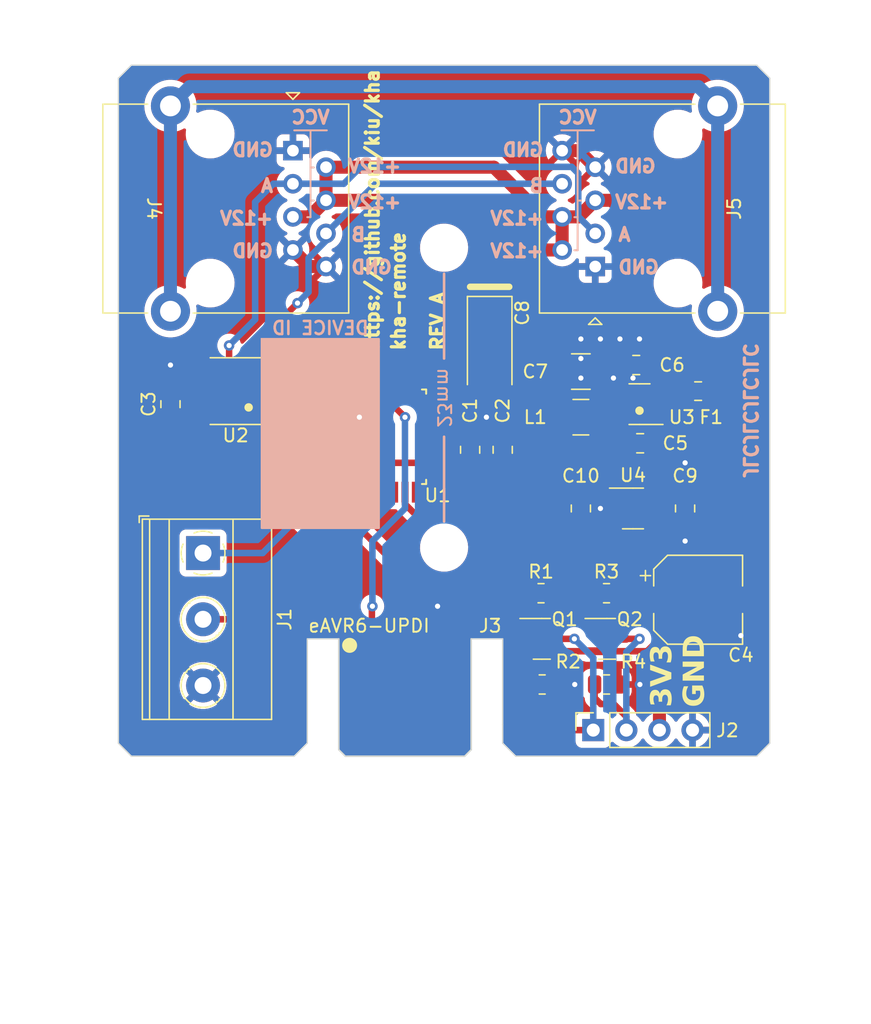
<source format=kicad_pcb>
(kicad_pcb (version 20221018) (generator pcbnew)
  (layers (0 "F.Cu" signal) (31 "B.Cu" signal) (34 "B.Paste" user) (35 "F.Paste" user) (36 "B.SilkS" user "B.Silkscreen") (37 "F.SilkS" user "F.Silkscreen") (38 "B.Mask" user) (39 "F.Mask" user) (44 "Edge.Cuts" user))
  (net 0 "")
  (net 1 "+5V")
  (net 2 "GND")
  (net 3 "UPDI")
  (net 4 "BUS_RX")
  (net 5 "BUS_DIR")
  (net 6 "BUS_TX")
  (net 15 "+12V")
  (net 16 "485A")
  (net 17 "485B")
  (net 19 "+3V3")
  (net 20 "Net-(J4-PadSH)")
  (net 21 "Net-(Q1-G)")
  (net 22 "433_EN_3V3")
  (net 23 "Net-(Q2-G)")
  (net 24 "433_DAT_3V3")
  (net 29 "433_EN")
  (net 31 "433_DAT")
  (net 35 "IR_DAT")
  (net 38 "3V3_EN")
  (net 39 "Net-(U3-SW)")
  (net 40 "Net-(U3-BST)")
  (net 41 "Net-(U3-EN)")
  (footprint "Resistor_SMD:R_0805_2012Metric" (layer "F.Cu") (at 126.4675 85.5)
    (fp_text reference "R4" (at 2.0625 -1.75) (layer "F.SilkS"))
    (fp_text value "R")
    (pad "1" smd roundrect (at -0.9125 0) (size 1.025 1.4) (layers "F.Cu" "F.Paste" "F.Mask") (roundrect_rratio 0.243902439) (net 24 "433_DAT_3V3"))
    (pad "2" smd roundrect (at 0.9125 0) (size 1.025 1.4) (layers "F.Cu" "F.Paste" "F.Mask") (roundrect_rratio 0.243902439) (net 2 "GND"))
  )
  (footprint "Capacitor_SMD:C_1210_3225Metric" (layer "F.Cu") (at 124.5 61.5)
    (fp_text reference "C7" (at -3.5 0) (layer "F.SilkS"))
    (fp_text value "47uF")
    (pad "1" smd roundrect (at -1.475 0) (size 1.15 2.7) (layers "F.Cu" "F.Paste" "F.Mask") (roundrect_rratio 0.2173913043) (net 1 "+5V"))
    (pad "2" smd roundrect (at 1.475 0) (size 1.15 2.7) (layers "F.Cu" "F.Paste" "F.Mask") (roundrect_rratio 0.2173913043) (net 2 "GND"))
  )
  (footprint "Package_TO_SOT_SMD:SOT-23-5" (layer "F.Cu") (at 128.5 72)
    (fp_text reference "U4" (at 0 -2.55) (layer "F.SilkS"))
    (fp_text value "MIC5504-3.3YM5")
    (pad "1" smd roundrect (at -1.1375 -0.95) (size 1.325 0.6) (layers "F.Cu" "F.Paste" "F.Mask") (net 1 "+5V"))
    (pad "2" smd roundrect (at -1.1375 0) (size 1.325 0.6) (layers "F.Cu" "F.Paste" "F.Mask") (net 2 "GND"))
    (pad "3" smd roundrect (at -1.1375 0.95) (size 1.325 0.6) (layers "F.Cu" "F.Paste" "F.Mask") (net 38 "3V3_EN"))
    (pad "4" smd roundrect (at 1.1375 0.95) (size 1.325 0.6) (layers "F.Cu" "F.Paste" "F.Mask"))
    (pad "5" smd roundrect (at 1.1375 -0.95) (size 1.325 0.6) (layers "F.Cu" "F.Paste" "F.Mask") (net 19 "+3V3"))
  )
  (footprint "Fuse:Fuse_0805_2012Metric" (layer "F.Cu") (at 133.5 63)
    (fp_text reference "F1" (at 1 2) (layer "F.SilkS"))
    (fp_text value "Polyfuse")
    (pad "1" smd roundrect (at -0.9375 0) (size 0.975 1.4) (layers "F.Cu" "F.Paste" "F.Mask") (net 41 "Net-(U3-EN)"))
    (pad "2" smd roundrect (at 0.9375 0) (size 0.975 1.4) (layers "F.Cu" "F.Paste" "F.Mask") (net 15 "+12V"))
  )
  (footprint "MountingHole:MountingHole_3.2mm_M3_DIN965" (layer "F.Cu") (at 114 52)
    (fp_text reference "H1" hide)
    (fp_text value "MountingHole")
    (pad "" np_thru_hole circle (at 0 0) (size 3.2 3.2) (drill 3.2) (layers "*.Cu" "*.Mask"))
  )
  (footprint "Inductor_SMD:L_1210_3225Metric" (layer "F.Cu") (at 124.5 65 180)
    (fp_text reference "L1" (at 3.5 0) (layer "F.SilkS"))
    (fp_text value "4.7uH")
    (pad "1" smd roundrect (at -1.4 0 180) (size 1.25 2.65) (layers "F.Cu" "F.Paste" "F.Mask") (roundrect_rratio 0.2) (net 39 "Net-(U3-SW)"))
    (pad "2" smd roundrect (at 1.4 0 180) (size 1.25 2.65) (layers "F.Cu" "F.Paste" "F.Mask") (roundrect_rratio 0.2) (net 1 "+5V"))
  )
  (footprint "Resistor_SMD:R_0805_2012Metric" (layer "F.Cu") (at 121.53 85.5)
    (fp_text reference "R2" (at 2 -1.75) (layer "F.SilkS"))
    (fp_text value "R")
    (pad "1" smd roundrect (at -0.9125 0) (size 1.025 1.4) (layers "F.Cu" "F.Paste" "F.Mask") (roundrect_rratio 0.243902439) (net 22 "433_EN_3V3"))
    (pad "2" smd roundrect (at 0.9125 0) (size 1.025 1.4) (layers "F.Cu" "F.Paste" "F.Mask") (roundrect_rratio 0.243902439) (net 2 "GND"))
  )
  (footprint "Capacitor_SMD:C_0805_2012Metric" (layer "F.Cu") (at 129.05 67)
    (fp_text reference "C5" (at 2.7 0) (layer "F.SilkS"))
    (fp_text value "100nF")
    (pad "1" smd roundrect (at -0.95 0) (size 1 1.45) (layers "F.Cu" "F.Paste" "F.Mask") (net 39 "Net-(U3-SW)"))
    (pad "2" smd roundrect (at 0.95 0) (size 1 1.45) (layers "F.Cu" "F.Paste" "F.Mask") (net 40 "Net-(U3-BST)"))
  )
  (footprint "Package_TO_SOT_SMD:SOT-23" (layer "F.Cu") (at 126.5 82)
    (fp_text reference "Q2" (at 1.75 -1.5) (layer "F.SilkS"))
    (fp_text value "DMG2301L")
    (pad "1" smd roundrect (at -0.9375 -0.95) (size 1.475 0.6) (layers "F.Cu" "F.Paste" "F.Mask") (net 23 "Net-(Q2-G)"))
    (pad "2" smd roundrect (at -0.9375 0.95) (size 1.475 0.6) (layers "F.Cu" "F.Paste" "F.Mask") (net 19 "+3V3"))
    (pad "3" smd roundrect (at 0.9375 0) (size 1.475 0.6) (layers "F.Cu" "F.Paste" "F.Mask") (net 24 "433_DAT_3V3"))
  )
  (footprint "kiu-footprints:GDLX-S-88K" (layer "F.Cu") (at 93 49 -90)
    (fp_text reference "J4" (at 0 1.27 -90 unlocked) (layer "F.SilkS"))
    (fp_text value "RJ45_Shielded")
    (pad "" np_thru_hole circle (at -5.715 -3.048 270) (size 3.25 3.25) (drill 3.25) (layers "*.Cu" "*.Mask"))
    (pad "" np_thru_hole circle (at 5.715 -3.048 90) (size 3.25 3.25) (drill 3.25) (layers "*.Cu" "*.Mask"))
    (pad "1" thru_hole rect (at -4.445 -9.398 90) (size 1.5 1.5) (drill 0.9) (layers "*.Cu" "*.Mask") (net 2 "GND"))
    (pad "2" thru_hole circle (at -3.175 -11.938 90) (size 1.5 1.5) (drill 0.9) (layers "*.Cu" "*.Mask") (net 15 "+12V"))
    (pad "3" thru_hole circle (at -1.905 -9.398 90) (size 1.5 1.5) (drill 0.9) (layers "*.Cu" "*.Mask") (net 16 "485A"))
    (pad "4" thru_hole circle (at -0.635 -11.938 90) (size 1.5 1.5) (drill 0.9) (layers "*.Cu" "*.Mask") (net 15 "+12V"))
    (pad "5" thru_hole circle (at 0.635 -9.398 90) (size 1.5 1.5) (drill 0.9) (layers "*.Cu" "*.Mask") (net 15 "+12V"))
    (pad "6" thru_hole circle (at 1.905 -11.938 90) (size 1.5 1.5) (drill 0.9) (layers "*.Cu" "*.Mask") (net 17 "485B"))
    (pad "7" thru_hole circle (at 3.175 -9.398 90) (size 1.5 1.5) (drill 0.9) (layers "*.Cu" "*.Mask") (net 2 "GND"))
    (pad "8" thru_hole circle (at 4.445 -11.938 90) (size 1.5 1.5) (drill 0.9) (layers "*.Cu" "*.Mask") (net 2 "GND"))
    (pad "SH" thru_hole circle (at -7.874 0.002 270) (size 3 3) (drill 1.6) (layers "*.Cu" "*.Mask") (net 20 "Net-(J4-PadSH)"))
    (pad "SH" thru_hole circle (at 7.874 0 90) (size 3 3) (drill 1.6) (layers "*.Cu" "*.Mask") (net 20 "Net-(J4-PadSH)"))
  )
  (footprint "Package_TO_SOT_SMD:SOT-23" (layer "F.Cu") (at 121.5 82)
    (fp_text reference "Q1" (at 1.75 -1.5) (layer "F.SilkS"))
    (fp_text value "DMG2301L")
    (pad "1" smd roundrect (at -0.9375 -0.95) (size 1.475 0.6) (layers "F.Cu" "F.Paste" "F.Mask") (net 21 "Net-(Q1-G)"))
    (pad "2" smd roundrect (at -0.9375 0.95) (size 1.475 0.6) (layers "F.Cu" "F.Paste" "F.Mask") (net 19 "+3V3"))
    (pad "3" smd roundrect (at 0.9375 0) (size 1.475 0.6) (layers "F.Cu" "F.Paste" "F.Mask") (net 22 "433_EN_3V3"))
  )
  (footprint "MountingHole:MountingHole_3.2mm_M3_DIN965" (layer "F.Cu") (at 114 75)
    (fp_text reference "H2" hide)
    (fp_text value "MountingHole")
    (pad "" np_thru_hole circle (at 0 0) (size 3.2 3.2) (drill 3.2) (layers "*.Cu" "*.Mask"))
  )
  (footprint "Package_QFP:TQFP-32_7x7mm_P0.8mm" (layer "F.Cu") (at 109 66.5)
    (fp_text reference "U1" (at 4.5 4.5) (layer "F.SilkS"))
    (fp_text value "AVR64DD32")
    (pad "1" smd rect (at -4.25 -2.8) (size 1.6 0.55) (layers "F.Cu" "F.Paste" "F.Mask") (net 5 "BUS_DIR"))
    (pad "2" smd rect (at -4.25 -2) (size 1.6 0.55) (layers "F.Cu" "F.Paste" "F.Mask"))
    (pad "3" smd rect (at -4.25 -1.2) (size 1.6 0.55) (layers "F.Cu" "F.Paste" "F.Mask"))
    (pad "4" smd rect (at -4.25 -0.4) (size 1.6 0.55) (layers "F.Cu" "F.Paste" "F.Mask"))
    (pad "5" smd rect (at -4.25 0.4) (size 1.6 0.55) (layers "F.Cu" "F.Paste" "F.Mask"))
    (pad "6" smd rect (at -4.25 1.2) (size 1.6 0.55) (layers "F.Cu" "F.Paste" "F.Mask"))
    (pad "7" smd rect (at -4.25 2) (size 1.6 0.55) (layers "F.Cu" "F.Paste" "F.Mask"))
    (pad "8" smd rect (at -4.25 2.8) (size 1.6 0.55) (layers "F.Cu" "F.Paste" "F.Mask"))
    (pad "9" smd rect (at -2.8 4.25 90) (size 1.6 0.55) (layers "F.Cu" "F.Paste" "F.Mask"))
    (pad "10" smd rect (at -2 4.25 90) (size 1.6 0.55) (layers "F.Cu" "F.Paste" "F.Mask") (net 1 "+5V"))
    (pad "11" smd rect (at -1.2 4.25 90) (size 1.6 0.55) (layers "F.Cu" "F.Paste" "F.Mask"))
    (pad "12" smd rect (at -0.4 4.25 90) (size 1.6 0.55) (layers "F.Cu" "F.Paste" "F.Mask"))
    (pad "13" smd rect (at 0.4 4.25 90) (size 1.6 0.55) (layers "F.Cu" "F.Paste" "F.Mask"))
    (pad "14" smd rect (at 1.2 4.25 90) (size 1.6 0.55) (layers "F.Cu" "F.Paste" "F.Mask"))
    (pad "15" smd rect (at 2 4.25 90) (size 1.6 0.55) (layers "F.Cu" "F.Paste" "F.Mask") (net 29 "433_EN"))
    (pad "16" smd rect (at 2.8 4.25 90) (size 1.6 0.55) (layers "F.Cu" "F.Paste" "F.Mask") (net 31 "433_DAT"))
    (pad "17" smd rect (at 4.25 2.8) (size 1.6 0.55) (layers "F.Cu" "F.Paste" "F.Mask") (net 38 "3V3_EN"))
    (pad "18" smd rect (at 4.25 2) (size 1.6 0.55) (layers "F.Cu" "F.Paste" "F.Mask") (net 1 "+5V"))
    (pad "19" smd rect (at 4.25 1.2) (size 1.6 0.55) (layers "F.Cu" "F.Paste" "F.Mask") (net 2 "GND"))
    (pad "20" smd rect (at 4.25 0.4) (size 1.6 0.55) (layers "F.Cu" "F.Paste" "F.Mask"))
    (pad "21" smd rect (at 4.25 -0.4) (size 1.6 0.55) (layers "F.Cu" "F.Paste" "F.Mask"))
    (pad "22" smd rect (at 4.25 -1.2) (size 1.6 0.55) (layers "F.Cu" "F.Paste" "F.Mask"))
    (pad "23" smd rect (at 4.25 -2) (size 1.6 0.55) (layers "F.Cu" "F.Paste" "F.Mask"))
    (pad "24" smd rect (at 4.25 -2.8) (size 1.6 0.55) (layers "F.Cu" "F.Paste" "F.Mask"))
    (pad "25" smd rect (at 2.8 -4.25 90) (size 1.6 0.55) (layers "F.Cu" "F.Paste" "F.Mask"))
    (pad "26" smd rect (at 2 -4.25 90) (size 1.6 0.55) (layers "F.Cu" "F.Paste" "F.Mask"))
    (pad "27" smd rect (at 1.2 -4.25 90) (size 1.6 0.55) (layers "F.Cu" "F.Paste" "F.Mask") (net 3 "UPDI"))
    (pad "28" smd rect (at 0.4 -4.25 90) (size 1.6 0.55) (layers "F.Cu" "F.Paste" "F.Mask") (net 1 "+5V"))
    (pad "29" smd rect (at -0.4 -4.25 90) (size 1.6 0.55) (layers "F.Cu" "F.Paste" "F.Mask") (net 2 "GND"))
    (pad "30" smd rect (at -1.2 -4.25 90) (size 1.6 0.55) (layers "F.Cu" "F.Paste" "F.Mask") (net 6 "BUS_TX"))
    (pad "31" smd rect (at -2 -4.25 90) (size 1.6 0.55) (layers "F.Cu" "F.Paste" "F.Mask") (net 4 "BUS_RX"))
    (pad "32" smd rect (at -2.8 -4.25 90) (size 1.6 0.55) (layers "F.Cu" "F.Paste" "F.Mask") (net 35 "IR_DAT"))
  )
  (footprint "Resistor_SMD:R_0805_2012Metric" (layer "F.Cu") (at 126.4675 78.5)
    (fp_text reference "R3" (at 0 -1.65) (layer "F.SilkS"))
    (fp_text value "R")
    (pad "1" smd roundrect (at -0.9125 0) (size 1.025 1.4) (layers "F.Cu" "F.Paste" "F.Mask") (roundrect_rratio 0.243902439) (net 31 "433_DAT"))
    (pad "2" smd roundrect (at 0.9125 0) (size 1.025 1.4) (layers "F.Cu" "F.Paste" "F.Mask") (roundrect_rratio 0.243902439) (net 23 "Net-(Q2-G)"))
  )
  (footprint "Capacitor_SMD:C_0805_2012Metric" (layer "F.Cu") (at 124.5 72 90)
    (fp_text reference "C10" (at 2.5 0 180) (layer "F.SilkS"))
    (fp_text value "1uF")
    (pad "1" smd roundrect (at -0.95 0 90) (size 1 1.45) (layers "F.Cu" "F.Paste" "F.Mask") (net 2 "GND"))
    (pad "2" smd roundrect (at 0.95 0 90) (size 1 1.45) (layers "F.Cu" "F.Paste" "F.Mask") (net 1 "+5V"))
  )
  (footprint "Capacitor_SMD:C_0805_2012Metric" (layer "F.Cu") (at 118.5 67.5 90)
    (fp_text reference "C2" (at 3 0 90) (layer "F.SilkS"))
    (fp_text value "100nF")
    (pad "1" smd roundrect (at -0.95 0 90) (size 1 1.45) (layers "F.Cu" "F.Paste" "F.Mask") (net 1 "+5V"))
    (pad "2" smd roundrect (at 0.95 0 90) (size 1 1.45) (layers "F.Cu" "F.Paste" "F.Mask") (net 2 "GND"))
  )
  (footprint "Resistor_SMD:R_0805_2012Metric" (layer "F.Cu") (at 121.4425 78.5)
    (fp_text reference "R1" (at 0 -1.65) (layer "F.SilkS"))
    (fp_text value "R")
    (pad "1" smd roundrect (at -0.9125 0) (size 1.025 1.4) (layers "F.Cu" "F.Paste" "F.Mask") (roundrect_rratio 0.243902439) (net 29 "433_EN"))
    (pad "2" smd roundrect (at 0.9125 0) (size 1.025 1.4) (layers "F.Cu" "F.Paste" "F.Mask") (roundrect_rratio 0.243902439) (net 21 "Net-(Q1-G)"))
  )
  (footprint "TerminalBlock_Phoenix:TerminalBlock_Phoenix_MKDS-1,5-3-5.08_1x03_P5.08mm_Horizontal" (layer "F.Cu") (at 95.5 75.42 -90)
    (fp_text reference "J1" (at 5.08 -6.26 90) (layer "F.SilkS"))
    (fp_text value "Conn_01x03")
    (pad "1" thru_hole rect (at 0 0 270) (size 2.6 2.6) (drill 1.3) (layers "*.Cu" "*.Mask") (net 35 "IR_DAT"))
    (pad "2" thru_hole circle (at 5.08 0 270) (size 2.6 2.6) (drill 1.3) (layers "*.Cu" "*.Mask") (net 1 "+5V"))
    (pad "3" thru_hole circle (at 10.16 0 270) (size 2.6 2.6) (drill 1.3) (layers "*.Cu" "*.Mask") (net 2 "GND"))
  )
  (footprint "Package_SO:SOIC-8_3.9x4.9mm_P1.27mm" (layer "F.Cu") (at 98 63 180)
    (fp_text reference "U2" (at 0 -3.4 180) (layer "F.SilkS"))
    (fp_text value "SP481E")
    (pad "1" smd roundrect (at -2.475 -1.905 180) (size 1.95 0.6) (layers "F.Cu" "F.Paste" "F.Mask") (net 4 "BUS_RX"))
    (pad "2" smd roundrect (at -2.475 -0.635 180) (size 1.95 0.6) (layers "F.Cu" "F.Paste" "F.Mask") (net 5 "BUS_DIR"))
    (pad "3" smd roundrect (at -2.475 0.635 180) (size 1.95 0.6) (layers "F.Cu" "F.Paste" "F.Mask") (net 5 "BUS_DIR"))
    (pad "4" smd roundrect (at -2.475 1.905 180) (size 1.95 0.6) (layers "F.Cu" "F.Paste" "F.Mask") (net 6 "BUS_TX"))
    (pad "5" smd roundrect (at 2.475 1.905 180) (size 1.95 0.6) (layers "F.Cu" "F.Paste" "F.Mask") (net 2 "GND"))
    (pad "6" smd roundrect (at 2.475 0.635 180) (size 1.95 0.6) (layers "F.Cu" "F.Paste" "F.Mask") (net 16 "485A"))
    (pad "7" smd roundrect (at 2.475 -0.635 180) (size 1.95 0.6) (layers "F.Cu" "F.Paste" "F.Mask") (net 17 "485B"))
    (pad "8" smd roundrect (at 2.475 -1.905 180) (size 1.95 0.6) (layers "F.Cu" "F.Paste" "F.Mask") (net 1 "+5V"))
  )
  (footprint "Capacitor_SMD:C_0805_2012Metric" (layer "F.Cu") (at 128.75 61)
    (fp_text reference "C6" (at 2.75 0) (layer "F.SilkS"))
    (fp_text value "10uF")
    (pad "1" smd roundrect (at -0.95 0) (size 1 1.45) (layers "F.Cu" "F.Paste" "F.Mask") (net 2 "GND"))
    (pad "2" smd roundrect (at 0.95 0) (size 1 1.45) (layers "F.Cu" "F.Paste" "F.Mask") (net 41 "Net-(U3-EN)"))
  )
  (footprint "Capacitor_SMD:C_0805_2012Metric" (layer "F.Cu") (at 132.5 72 -90)
    (fp_text reference "C9" (at -2.5 0 -180) (layer "F.SilkS"))
    (fp_text value "1uF")
    (pad "1" smd roundrect (at -0.95 0 270) (size 1 1.45) (layers "F.Cu" "F.Paste" "F.Mask") (net 19 "+3V3"))
    (pad "2" smd roundrect (at 0.95 0 270) (size 1 1.45) (layers "F.Cu" "F.Paste" "F.Mask") (net 2 "GND"))
  )
  (footprint "Package_TO_SOT_SMD:TSOT-23-6" (layer "F.Cu") (at 129 64 180)
    (fp_text reference "U3" (at -3.25 -1) (layer "F.SilkS"))
    (fp_text value "AP63205WU")
    (pad "1" smd roundrect (at -1.1375 -0.95 180) (size 1.325 0.6) (layers "F.Cu" "F.Paste" "F.Mask") (net 1 "+5V"))
    (pad "2" smd roundrect (at -1.1375 0 180) (size 1.325 0.6) (layers "F.Cu" "F.Paste" "F.Mask") (net 41 "Net-(U3-EN)"))
    (pad "3" smd roundrect (at -1.1375 0.95 180) (size 1.325 0.6) (layers "F.Cu" "F.Paste" "F.Mask") (net 41 "Net-(U3-EN)"))
    (pad "4" smd roundrect (at 1.1375 0.95 180) (size 1.325 0.6) (layers "F.Cu" "F.Paste" "F.Mask") (net 2 "GND"))
    (pad "5" smd roundrect (at 1.1375 0 180) (size 1.325 0.6) (layers "F.Cu" "F.Paste" "F.Mask") (net 39 "Net-(U3-SW)"))
    (pad "6" smd roundrect (at 1.1375 -0.95 180) (size 1.325 0.6) (layers "F.Cu" "F.Paste" "F.Mask") (net 40 "Net-(U3-BST)"))
  )
  (footprint "Capacitor_SMD:C_0805_2012Metric" (layer "F.Cu") (at 93 64 90)
    (fp_text reference "C3" (at 0 -1.68 90) (layer "F.SilkS"))
    (fp_text value "100nF")
    (pad "1" smd roundrect (at -0.95 0 90) (size 1 1.45) (layers "F.Cu" "F.Paste" "F.Mask") (net 1 "+5V"))
    (pad "2" smd roundrect (at 0.95 0 90) (size 1 1.45) (layers "F.Cu" "F.Paste" "F.Mask") (net 2 "GND"))
  )
  (footprint "kiu-footprints:GDLX-S-88K" (layer "F.Cu") (at 135 49 90)
    (fp_text reference "J5" (at 0 1.27 90 unlocked) (layer "F.SilkS"))
    (fp_text value "RJ45_Shielded")
    (pad "" np_thru_hole circle (at -5.715 -3.048 90) (size 3.25 3.25) (drill 3.25) (layers "*.Cu" "*.Mask"))
    (pad "" np_thru_hole circle (at 5.715 -3.048 270) (size 3.25 3.25) (drill 3.25) (layers "*.Cu" "*.Mask"))
    (pad "1" thru_hole rect (at -4.445 -9.398 270) (size 1.5 1.5) (drill 0.9) (layers "*.Cu" "*.Mask") (net 2 "GND"))
    (pad "2" thru_hole circle (at -3.175 -11.938 270) (size 1.5 1.5) (drill 0.9) (layers "*.Cu" "*.Mask") (net 15 "+12V"))
    (pad "3" thru_hole circle (at -1.905 -9.398 270) (size 1.5 1.5) (drill 0.9) (layers "*.Cu" "*.Mask") (net 16 "485A"))
    (pad "4" thru_hole circle (at -0.635 -11.938 270) (size 1.5 1.5) (drill 0.9) (layers "*.Cu" "*.Mask") (net 15 "+12V"))
    (pad "5" thru_hole circle (at 0.635 -9.398 270) (size 1.5 1.5) (drill 0.9) (layers "*.Cu" "*.Mask") (net 15 "+12V"))
    (pad "6" thru_hole circle (at 1.905 -11.938 270) (size 1.5 1.5) (drill 0.9) (layers "*.Cu" "*.Mask") (net 17 "485B"))
    (pad "7" thru_hole circle (at 3.175 -9.398 270) (size 1.5 1.5) (drill 0.9) (layers "*.Cu" "*.Mask") (net 2 "GND"))
    (pad "8" thru_hole circle (at 4.445 -11.938 270) (size 1.5 1.5) (drill 0.9) (layers "*.Cu" "*.Mask") (net 2 "GND"))
    (pad "SH" thru_hole circle (at -7.874 0.002 90) (size 3 3) (drill 1.6) (layers "*.Cu" "*.Mask") (net 20 "Net-(J4-PadSH)"))
    (pad "SH" thru_hole circle (at 7.874 0 270) (size 3 3) (drill 1.6) (layers "*.Cu" "*.Mask") (net 20 "Net-(J4-PadSH)"))
  )
  (footprint "Capacitor_SMD:C_0805_2012Metric" (layer "F.Cu") (at 116 67.5 90)
    (fp_text reference "C1" (at 3 0 90) (layer "F.SilkS"))
    (fp_text value "10nF")
    (pad "1" smd roundrect (at -0.95 0 90) (size 1 1.45) (layers "F.Cu" "F.Paste" "F.Mask") (net 1 "+5V"))
    (pad "2" smd roundrect (at 0.95 0 90) (size 1 1.45) (layers "F.Cu" "F.Paste" "F.Mask") (net 2 "GND"))
  )
  (footprint "Connector_PinSocket_2.54mm:PinSocket_1x04_P2.54mm_Vertical" (layer "F.Cu") (at 125.45 89 90)
    (fp_text reference "J2" (at -0.025 10.3) (layer "F.SilkS"))
    (fp_text value "Conn_01x04")
    (pad "1" thru_hole rect (at 0 0 90) (size 1.7 1.7) (drill 1) (layers "*.Cu" "*.Mask") (net 22 "433_EN_3V3"))
    (pad "2" thru_hole oval (at 0 2.54 90) (size 1.7 1.7) (drill 1) (layers "*.Cu" "*.Mask") (net 24 "433_DAT_3V3"))
    (pad "3" thru_hole oval (at 0 5.08 90) (size 1.7 1.7) (drill 1) (layers "*.Cu" "*.Mask") (net 19 "+3V3"))
    (pad "4" thru_hole oval (at 0 7.62 90) (size 1.7 1.7) (drill 1) (layers "*.Cu" "*.Mask") (net 2 "GND"))
  )
  (footprint "eAVR:eAVR6-UPDI-F" (layer "F.Cu") (at 111 91)
    (fp_text reference "J3" (at 7.5 -10) (layer "F.SilkS") (effects (justify right)))
    (fp_text value "AVR-UPDI-6" hide)
    (fp_text user "eAVR6-UPDI" (at -7.5 -10 unlocked) (layer "F.SilkS") (effects (justify left)))
    (fp_line (start -5.08 -9) (end -5.08 -0.5) (stroke (width 0.12)) (layer "Edge.Cuts"))
    (fp_line (start -5.08 -0.5) (end -4.58 0) (stroke (width 0.12)) (layer "Edge.Cuts"))
    (fp_line (start -4.58 0) (end 4.58 0) (stroke (width 0.12)) (layer "Edge.Cuts"))
    (fp_line (start 5.08 -9) (end 5.08 -0.5) (stroke (width 0.12)) (layer "Edge.Cuts"))
    (fp_line (start 5.08 -0.5) (end 4.58 0) (stroke (width 0.12)) (layer "Edge.Cuts"))
    (pad "1" connect rect (at -2.54 -5) (size 1.4 8) (layers "F.Cu" "F.Mask") (net 3 "UPDI"))
    (pad "2" connect rect (at 0 -5) (size 1.4 8) (layers "F.Cu" "F.Mask") (net 1 "+5V"))
    (pad "6" connect rect (at 2.54 -5) (size 1.4 8) (layers "F.Cu" "F.Mask") (net 2 "GND"))
  )
  (footprint "Capacitor_SMD:CP_Elec_6.3x7.7" (layer "F.Cu") (at 133.5 79)
    (fp_text reference "C4" (at 3.28 4.25) (layer "F.SilkS"))
    (fp_text value "470uF")
    (pad "1" smd roundrect (at -2.7 0) (size 3.5 1.6) (layers "F.Cu" "F.Paste" "F.Mask") (roundrect_rratio 0.15625) (net 19 "+3V3"))
    (pad "2" smd roundrect (at 2.7 0) (size 3.5 1.6) (layers "F.Cu" "F.Paste" "F.Mask") (roundrect_rratio 0.15625) (net 2 "GND"))
  )
  (footprint "Capacitor_Tantalum_SMD:CP_EIA-6032-28_Kemet-C" (layer "F.Cu") (at 117.5 59.5 -90)
    (fp_text reference "C8" (at -2.5 -2.5 90) (layer "F.SilkS"))
    (fp_text value "220uF")
    (pad "1" smd roundrect (at -2.4625 0 270) (size 2.075 2.35) (layers "F.Cu" "F.Paste" "F.Mask") (roundrect_rratio 0.1204819277) (net 1 "+5V"))
    (pad "2" smd roundrect (at 2.4625 0 270) (size 2.075 2.35) (layers "F.Cu" "F.Paste" "F.Mask") (roundrect_rratio 0.1204819277) (net 2 "GND"))
  )
  (gr_rect (start 100 58.996825) (end 109 73.503175) (stroke (width 0.15)) (fill solid) (layer "B.SilkS"))
  (gr_line (start 124.25 52.197) (end 124 52.197) (stroke (width 0.15)) (layer "B.SilkS"))
  (gr_line (start 103.75 43) (end 103.75 49.657) (stroke (width 0.15)) (layer "B.SilkS"))
  (gr_line (start 103.75 48.387) (end 104 48.387) (stroke (width 0.15)) (layer "B.SilkS"))
  (gr_line (start 103.75 45.847) (end 104 45.847) (stroke (width 0.15)) (layer "B.SilkS"))
  (gr_line (start 102.5 43) (end 105 43) (stroke (width 0.15)) (layer "B.SilkS"))
  (gr_line (start 124.25 48.387) (end 124.5 48.387) (stroke (width 0.15)) (layer "B.SilkS"))
  (gr_line (start 114 66.5) (end 114 73) (stroke (width 0.2)) (layer "B.SilkS"))
  (gr_line (start 123 43) (end 125.5 43) (stroke (width 0.15)) (layer "B.SilkS"))
  (gr_line (start 114 54) (end 114 60.5) (stroke (width 0.2)) (layer "B.SilkS"))
  (gr_line (start 124.25 43) (end 124.25 52.197) (stroke (width 0.15)) (layer "B.SilkS"))
  (gr_line (start 103.75 49.657) (end 103.5 49.657) (stroke (width 0.15)) (layer "B.SilkS"))
  (gr_line (start 124.25 49.657) (end 124 49.657) (stroke (width 0.15)) (layer "B.SilkS"))
  (gr_circle (center 106.25 63.75) (end 106.5 63.75) (stroke (width 0.15)) (fill solid) (layer "F.SilkS"))
  (gr_line (start 116 55) (end 119 55) (stroke (width 0.5)) (layer "F.SilkS"))
  (gr_circle (center 129 64.5) (end 129.25 64.5) (stroke (width 0.15)) (fill solid) (layer "F.SilkS"))
  (gr_circle (center 99 64.25) (end 99.25 64.25) (stroke (width 0.15)) (fill solid) (layer "F.SilkS"))
  (gr_line (start 105.92 82) (end 103.5 82) (stroke (width 0.1)) (layer "Edge.Cuts"))
  (gr_line (start 89 39) (end 89 90) (stroke (width 0.1)) (layer "Edge.Cuts"))
  (gr_line (start 118.5 90) (end 119.5 91) (stroke (width 0.1)) (layer "Edge.Cuts"))
  (gr_line (start 118.5 88.58) (end 118.5 82) (stroke (width 0.1)) (layer "Edge.Cuts"))
  (gr_line (start 139 39) (end 139 90) (stroke (width 0.1)) (layer "Edge.Cuts"))
  (gr_line (start 89 39) (end 90 38) (stroke (width 0.1)) (layer "Edge.Cuts"))
  (gr_line (start 118.5 90) (end 118.5 88.58) (stroke (width 0.1)) (layer "Edge.Cuts"))
  (gr_line (start 103.5 90) (end 103.5 82) (stroke (width 0.1)) (layer "Edge.Cuts"))
  (gr_line (start 102.5 91) (end 103.5 90) (stroke (width 0.1)) (layer "Edge.Cuts"))
  (gr_line (start 138 91) (end 139 90) (stroke (width 0.1)) (layer "Edge.Cuts"))
  (gr_line (start 138 38) (end 139 39) (stroke (width 0.1)) (layer "Edge.Cuts"))
  (gr_line (start 89 90) (end 90 91) (stroke (width 0.1)) (layer "Edge.Cuts"))
  (gr_line (start 119.5 91) (end 138 91) (stroke (width 0.1)) (layer "Edge.Cuts"))
  (gr_line (start 90 38) (end 138 38) (stroke (width 0.1)) (layer "Edge.Cuts"))
  (gr_line (start 102.5 91) (end 90 91) (stroke (width 0.1)) (layer "Edge.Cuts"))
  (gr_line (start 118.5 82) (end 116.08 82) (stroke (width 0.1)) (layer "Edge.Cuts"))
  (gr_text "DEVICE ID" (at 104.5 58.75) (layer "B.SilkS") (effects (font (size 1 1) (thickness 0.2) bold) (justify bottom mirror)))
  (gr_text "+12V" (at 121.75 52.25) (layer "B.SilkS") (effects (font (size 1 1) (thickness 0.25)) (justify left mirror)))
  (gr_text "GND" (at 127.25 53.5) (layer "B.SilkS") (effects (font (size 1 1) (thickness 0.25)) (justify right mirror)))
  (gr_text "B" (at 106.75 51) (layer "B.SilkS") (effects (font (size 1 1) (thickness 0.25)) (justify right mirror)))
  (gr_text "GND" (at 121.75 44.5) (layer "B.SilkS") (effects (font (size 1 1) (thickness 0.25)) (justify left mirror)))
  (gr_text "GND" (at 101 52.25) (layer "B.SilkS") (effects (font (size 1 1) (thickness 0.25)) (justify left mirror)))
  (gr_text "B" (at 121.75 47.25) (layer "B.SilkS") (effects (font (size 1 1) (thickness 0.25)) (justify left mirror)))
  (gr_text "GND" (at 106.75 53.5) (layer "B.SilkS") (effects (font (size 1 1) (thickness 0.25)) (justify right mirror)))
  (gr_text "+12V" (at 121.75 49.75) (layer "B.SilkS") (effects (font (size 1 1) (thickness 0.25)) (justify left mirror)))
  (gr_text "GND" (at 127 45.75) (layer "B.SilkS") (effects (font (size 1 1) (thickness 0.25)) (justify right mirror)))
  (gr_text "JLCJLCJLCJLC" (at 137.5 64.5 270) (layer "B.SilkS") (effects (font (size 1 1) (thickness 0.25)) (justify mirror)))
  (gr_text "VCC" (at 103.75 42) (layer "B.SilkS") (effects (font (size 1 1) (thickness 0.25)) (justify mirror)))
  (gr_text "VCC" (at 124.25 42) (layer "B.SilkS") (effects (font (size 1 1) (thickness 0.25)) (justify mirror)))
  (gr_text "+12V" (at 101 49.75) (layer "B.SilkS") (effects (font (size 1 1) (thickness 0.25)) (justify left mirror)))
  (gr_text "A" (at 101 47.25) (layer "B.SilkS") (effects (font (size 1 1) (thickness 0.25)) (justify left mirror)))
  (gr_text "GND" (at 101 44.5) (layer "B.SilkS") (effects (font (size 1 1) (thickness 0.25)) (justify left mirror)))
  (gr_text "A" (at 127.25 51) (layer "B.SilkS") (effects (font (size 1 1) (thickness 0.25)) (justify right mirror)))
  (gr_text "+12V" (at 106.5 45.75) (layer "B.SilkS") (effects (font (size 1 1) (thickness 0.25)) (justify right mirror)))
  (gr_text "+12V" (at 106.5 48.5) (layer "B.SilkS") (effects (font (size 1 1) (thickness 0.25)) (justify right mirror)))
  (gr_text "23mm" (at 114 63.5 270) (layer "B.SilkS") (effects (font (size 1 1)) (justify mirror)))
  (gr_text "+12V" (at 127 48.5) (layer "B.SilkS") (effects (font (size 1 1) (thickness 0.25)) (justify right mirror)))
  (gr_text "GND" (at 133.28 87.25 90) (layer "F.SilkS") (effects (font (size 1.6 1.6) (thickness 0.3) bold) (justify left)))
  (gr_text "3V3" (at 130.78 87.25 90) (layer "F.SilkS") (effects (font (size 1.6 1.6) (thickness 0.3) bold) (justify left)))
  (gr_text "REV A" (at 113.5 60 90) (layer "F.SilkS") (effects (font (size 1 1) (thickness 0.25)) (justify left)))
  (gr_text "https://github.com/kiu/kha" (at 108.5 60 90) (layer "F.SilkS") (effects (font (size 1 1) (thickness 0.25)) (justify left)))
  (gr_text "kha-remote" (at 110.5 60 90) (layer "F.SilkS") (effects (font (size 1 1) (thickness 0.25)) (justify left)))
  (segment (start 110 68.5) (end 108.075 68.5) (width 0.5) (layer "F.Cu") (net 1))
  (segment (start 95.525 64.905) (end 93.25 64.905) (width 0.5) (layer "F.Cu") (net 1))
  (segment (start 115.95 68.5) (end 116 68.45) (width 0.5) (layer "F.Cu") (net 1))
  (segment (start 102.75 67.75) (end 102 67) (width 0.5) (layer "F.Cu") (net 1))
  (segment (start 124.5 71.05) (end 124.995852 70.554148) (width 1) (layer "F.Cu") (net 1))
  (segment (start 126.916648 70.554148) (end 127.3625 71) (width 1) (layer "F.Cu") (net 1))
  (segment (start 107 73) (end 110.5 76.5) (width 0.5) (layer "F.Cu") (net 1))
  (segment (start 110 68.5) (end 113.25 68.5) (width 0.5) (layer "F.Cu") (net 1))
  (segment (start 111 77) (end 110.5 76.5) (width 0.5) (layer "F.Cu") (net 1))
  (segment (start 99.5 80.5) (end 102 78) (width 0.5) (layer "F.Cu") (net 1))
  (segment (start 93.75 67) (end 93 66.25) (width 0.5) (layer "F.Cu") (net 1))
  (segment (start 93.25 64.905) (end 93.25 64.95) (width 0.5) (layer "F.Cu") (net 1))
  (segment (start 102 67) (end 93.75 67) (width 0.5) (layer "F.Cu") (net 1))
  (segment (start 117.5 57.0375) (end 111.9625 57.0375) (width 0.5) (layer "F.Cu") (net 1))
  (segment (start 109.4 67.9) (end 110 68.5) (width 0.5) (layer "F.Cu") (net 1))
  (segment (start 122.3 68.4375) (end 122.3 70) (width 1) (layer "F.Cu") (net 1))
  (segment (start 106.5 73.5) (end 106 74) (width 0.5) (layer "F.Cu") (net 1))
  (segment (start 124.995852 70.554148) (end 126.916648 70.554148) (width 1) (layer "F.Cu") (net 1))
  (segment (start 95.5 80.5) (end 99.5 80.5) (width 0.5) (layer "F.Cu") (net 1))
  (segment (start 118.5 68.45) (end 130.55 68.45) (width 0.5) (layer "F.Cu") (net 1))
  (segment (start 108.075 68.5) (end 107 69.575) (width 0.5) (layer "F.Cu") (net 1))
  (segment (start 102 78) (end 106 74) (width 0.5) (layer "F.Cu") (net 1))
  (segment (start 118.5 68.45) (end 116 68.45) (width 0.5) (layer "F.Cu") (net 1))
  (segment (start 107 73) (end 106.5 73.5) (width 0.5) (layer "F.Cu") (net 1))
  (segment (start 123.1 61.575) (end 123.025 61.5) (width 1) (layer "F.Cu") (net 1))
  (segment (start 131 68) (end 131 65.8125) (width 0.5) (layer "F.Cu") (net 1))
  (segment (start 103.5 73.5) (end 102.75 72.75) (width 0.5) (layer "F.Cu") (net 1))
  (segment (start 111 86) (end 111 77) (width 0.5) (layer "F.Cu") (net 1))
  (segment (start 130.55 68.45) (end 131 68) (width 0.5) (layer "F.Cu") (net 1))
  (segment (start 107 70.75) (end 107 73) (width 0.5) (layer "F.Cu") (net 1))
  (segment (start 123.1 65) (end 123.1 67.6375) (width 1) (layer "F.Cu") (net 1))
  (segment (start 109.4 66.5) (end 109.4 67.9) (width 0.5) (layer "F.Cu") (net 1))
  (segment (start 107 69.575) (end 107 70.75) (width 0.5) (layer "F.Cu") (net 1))
  (segment (start 109.4 62.25) (end 109.4 66.5) (width 0.5) (layer "F.Cu") (net 1))
  (segment (start 109.4 59.6) (end 109.4 62.25) (width 0.5) (layer "F.Cu") (net 1))
  (segment (start 93 66.25) (end 93 64.95) (width 0.5) (layer "F.Cu") (net 1))
  (segment (start 123.1 67.6375) (end 122.3 68.4375) (width 1) (layer "F.Cu") (net 1))
  (segment (start 106.5 73.5) (end 103.5 73.5) (width 0.5) (layer "F.Cu") (net 1))
  (segment (start 123.35 71.05) (end 122.3 70) (width 1) (layer "F.Cu") (net 1))
  (segment (start 123.1 65) (end 123.1 61.575) (width 1) (layer "F.Cu") (net 1))
  (segment (start 124.5 71.05) (end 123.35 71.05) (width 1) (layer "F.Cu") (net 1))
  (segment (start 102.75 72.75) (end 102.75 67.75) (width 0.5) (layer "F.Cu") (net 1))
  (segment (start 113.25 68.5) (end 115.95 68.5) (width 0.5) (layer "F.Cu") (net 1))
  (segment (start 111.9625 57.0375) (end 109.4 59.6) (width 0.5) (layer "F.Cu") (net 1))
  (segment (start 131 65.8125) (end 130.1375 64.95) (width 0.5) (layer "F.Cu") (net 1))
  (segment (start 124.332 44.555) (end 125.602 45.825) (width 1) (layer "F.Cu") (net 2))
  (segment (start 95.525 61.095) (end 93.095 61.095) (width 0.5) (layer "F.Cu") (net 2))
  (segment (start 113.25 67.7) (end 114.85 67.7) (width 0.5) (layer "F.Cu") (net 2))
  (segment (start 104.938 53.445) (end 103.668 53.445) (width 1) (layer "F.Cu") (net 2))
  (segment (start 108.6 57.107) (end 104.938 53.445) (width 0.5) (layer "F.Cu") (net 2))
  (segment (start 103.668 53.445) (end 102.398 52.175) (width 1) (layer "F.Cu") (net 2))
  (segment (start 114.85 67.7) (end 116 66.55) (width 0.5) (layer "F.Cu") (net 2))
  (segment (start 118.5 66.55) (end 116 66.55) (width 0.5) (layer "F.Cu") (net 2))
  (segment (start 93 63.05) (end 93 61) (width 0.5) (layer "F.Cu") (net 2))
  (segment (start 123.062 44.555) (end 124.332 44.555) (width 1) (layer "F.Cu") (net 2))
  (segment (start 108.6 62.25) (end 108.6 57.107) (width 0.5) (layer "F.Cu") (net 2))
  (segment (start 126 72) (end 127.3625 72) (width 0.5) (layer "F.Cu") (net 2))
  (segment (start 93.095 61.095) (end 93 61) (width 0.5) (layer "F.Cu") (net 2))
  (via (at 132.5 68.5) (size 0.8) (drill 0.4) (layers "F.Cu" "B.Cu") (net 2))
  (via (at 124.03 85.5) (size 0.8) (drill 0.4) (layers "F.Cu" "B.Cu") (net 2))
  (via (at 93 61) (size 0.8) (drill 0.4) (layers "F.Cu" "B.Cu") (net 2))
  (via (at 129 59) (size 0.8) (drill 0.4) (layers "F.Cu" "B.Cu") (net 2))
  (via (at 124.5 60.5) (size 0.8) (drill 0.4) (layers "F.Cu" "B.Cu") (net 2))
  (via (at 124.5 59) (size 0.8) (drill 0.4) (layers "F.Cu" "B.Cu") (net 2))
  (via (at 128.5 62) (size 0.8) (drill 0.4) (layers "F.Cu" "B.Cu") (net 2))
  (via (at 126 59) (size 0.8) (drill 0.4) (layers "F.Cu" "B.Cu") (net 2))
  (via (at 127 62) (size 0.8) (drill 0.4) (layers "F.Cu" "B.Cu") (net 2))
  (via (at 136.78 81.75) (size 0.8) (drill 0.4) (layers "F.Cu" "B.Cu") (net 2))
  (via (at 126 72) (size 0.8) (drill 0.4) (layers "F.Cu" "B.Cu") (net 2))
  (via (at 132.5 74.5) (size 0.8) (drill 0.4) (layers "F.Cu" "B.Cu") (net 2))
  (via (at 124.5 62) (size 0.8) (drill 0.4) (layers "F.Cu" "B.Cu") (net 2))
  (via (at 113.5 79.5) (size 0.8) (drill 0.4) (layers "F.Cu" "B.Cu") (net 2))
  (via (at 127.5 59) (size 0.8) (drill 0.4) (layers "F.Cu" "B.Cu") (net 2))
  (via (at 117.25 65) (size 0.8) (drill 0.4) (layers "F.Cu" "B.Cu") (net 2))
  (via (at 129.03 85.5) (size 0.8) (drill 0.4) (layers "F.Cu" "B.Cu") (net 2))
  (segment (start 110.2 62.25) (end 110.2 64) (width 0.5) (layer "F.Cu") (net 3))
  (segment (start 111 65) (end 110.2 64.2) (width 0.5) (layer "F.Cu") (net 3))
  (segment (start 110.2 64.2) (end 110.2 64) (width 0.5) (layer "F.Cu") (net 3))
  (segment (start 108.46 86) (end 108.46 79.54) (width 0.5) (layer "F.Cu") (net 3))
  (via (at 108.5 79.5) (size 0.8) (drill 0.4) (layers "F.Cu" "B.Cu") (net 3))
  (via (at 111 65) (size 0.8) (drill 0.4) (layers "F.Cu" "B.Cu") (net 3))
  (segment (start 111 65) (end 111 72) (width 0.5) (layer "B.Cu") (net 3))
  (segment (start 111 72) (end 108.5 74.5) (width 0.5) (layer "B.Cu") (net 3))
  (segment (start 108.5 79.5) (end 108.5 74.5) (width 0.5) (layer "B.Cu") (net 3))
  (segment (start 107 61) (end 107 62.25) (width 0.5) (layer "F.Cu") (net 4))
  (segment (start 101.345 64.905) (end 102.25 64) (width 0.5) (layer "F.Cu") (net 4))
  (segment (start 103.5 60) (end 106 60) (width 0.5) (layer "F.Cu") (net 4))
  (segment (start 102.25 64) (end 102.25 61.25) (width 0.5) (layer "F.Cu") (net 4))
  (segment (start 102.25 61.25) (end 103.5 60) (width 0.5) (layer "F.Cu") (net 4))
  (segment (start 100.475 64.905) (end 101.345 64.905) (width 0.5) (layer "F.Cu") (net 4))
  (segment (start 106 60) (end 107 61) (width 0.5) (layer "F.Cu") (net 4))
  (segment (start 99.5 66) (end 101.75 66) (width 0.5) (layer "F.Cu") (net 5))
  (segment (start 101.75 66) (end 103.35 64.4) (width 0.5) (layer "F.Cu") (net 5))
  (segment (start 99.25 63.635) (end 98.75 64.135) (width 0.5) (layer "F.Cu") (net 5))
  (segment (start 103.35 64.4) (end 103.35 63.9) (width 0.5) (layer "F.Cu") (net 5))
  (segment (start 103.55 63.7) (end 104.75 63.7) (width 0.5) (layer "F.Cu") (net 5))
  (segment (start 100.475 63.635) (end 99.25 63.635) (width 0.5) (layer "F.Cu") (net 5))
  (segment (start 103.35 63.9) (end 103.55 63.7) (width 0.5) (layer "F.Cu") (net 5))
  (segment (start 98.75 65.25) (end 99.5 66) (width 0.5) (layer "F.Cu") (net 5))
  (segment (start 100.475 62.365) (end 100.475 63.635) (width 0.5) (layer "F.Cu") (net 5))
  (segment (start 98.75 64.135) (end 98.75 65.25) (width 0.5) (layer "F.Cu") (net 5))
  (segment (start 100.475 60.025) (end 100.475 61.095) (width 0.5) (layer "F.Cu") (net 6))
  (segment (start 107.8 62.25) (end 107.8 60.3) (width 0.5) (layer "F.Cu") (net 6))
  (segment (start 101.5 59) (end 100.475 60.025) (width 0.5) (layer "F.Cu") (net 6))
  (segment (start 106.5 59) (end 101.5 59) (width 0.5) (layer "F.Cu") (net 6))
  (segment (start 107.8 60.3) (end 106.5 59) (width 0.5) (layer "F.Cu") (net 6))
  (segment (start 123.062 49.635) (end 121.635 49.635) (width 1) (layer "F.Cu") (net 15))
  (segment (start 104.938 45.825) (end 104.938 48.365) (width 1) (layer "F.Cu") (net 15))
  (segment (start 123.062 49.635) (end 124.332 49.635) (width 1) (layer "F.Cu") (net 15))
  (segment (start 123.062 52.175) (end 121.175 52.175) (width 1) (layer "F.Cu") (net 15))
  (segment (start 117.365 48.365) (end 104.938 48.365) (width 1) (layer "F.Cu") (net 15))
  (segment (start 128 49.5) (end 128 55.5625) (width 1) (layer "F.Cu") (net 15))
  (segment (start 117.825 45.825) (end 104.938 45.825) (width 1) (layer "F.Cu") (net 15))
  (segment (start 121.635 49.635) (end 117.825 45.825) (width 1) (layer "F.Cu") (net 15))
  (segment (start 125.602 48.365) (end 126.865 48.365) (width 1) (layer "F.Cu") (net 15))
  (segment (start 128 55.5625) (end 134.4375 62) (width 1) (layer "F.Cu") (net 15))
  (segment (start 104.938 48.365) (end 103.668 49.635) (width 1) (layer "F.Cu") (net 15))
  (segment (start 126.865 48.365) (end 128 49.5) (width 1) (layer "F.Cu") (net 15))
  (segment (start 103.668 49.635) (end 102.398 49.635) (width 1) (layer "F.Cu") (net 15))
  (segment (start 121.175 52.175) (end 117.365 48.365) (width 1) (layer "F.Cu") (net 15))
  (segment (start 134.4375 62) (end 134.4375 63) (width 1) (layer "F.Cu") (net 15))
  (segment (start 123.062 49.635) (end 123.062 52.175) (width 1) (layer "F.Cu") (net 15))
  (segment (start 124.332 49.635) (end 125.602 48.365) (width 1) (layer "F.Cu") (net 15))
  (segment (start 97.5 61.5) (end 97.5 59.5) (width 0.5) (layer "F.Cu") (net 16))
  (segment (start 96.635 62.365) (end 97.5 61.5) (width 0.5) (layer "F.Cu") (net 16))
  (segment (start 95.525 62.365) (end 96.635 62.365) (width 0.5) (layer "F.Cu") (net 16))
  (via (at 97.5 59.5) (size 0.8) (drill 0.4) (layers "F.Cu" "B.Cu") (net 16))
  (segment (start 106.305 47.095) (end 107.6 45.8) (width 0.5) (layer "B.Cu") (net 16))
  (segment (start 102.398 47.095) (end 100.905 47.095) (width 0.5) (layer "B.Cu") (net 16))
  (segment (start 100.905 47.095) (end 99.5 48.5) (width 0.5) (layer "B.Cu") (net 16))
  (segment (start 105.365057 47.095) (end 106.305 47.095) (width 0.5) (layer "B.Cu") (net 16))
  (segment (start 107.6 45.8) (end 123.8 45.8) (width 0.5) (layer "B.Cu") (net 16))
  (segment (start 105.365057 47.095) (end 102.398 47.095) (width 0.5) (layer "B.Cu") (net 16))
  (segment (start 124.3 49.603) (end 125.602 50.905) (width 0.5) (layer "B.Cu") (net 16))
  (segment (start 124.3 46.3) (end 124.3 49.603) (width 0.5) (layer "B.Cu") (net 16))
  (segment (start 99.5 48.5) (end 99.5 57.5) (width 0.5) (layer "B.Cu") (net 16))
  (segment (start 123.8 45.8) (end 124.3 46.3) (width 0.5) (layer "B.Cu") (net 16))
  (segment (start 99.5 57.5) (end 97.5 59.5) (width 0.5) (layer "B.Cu") (net 16))
  (segment (start 96.865 63.635) (end 98.600688 61.899312) (width 0.5) (layer "F.Cu") (net 17))
  (segment (start 98.600688 60.399312) (end 102.75 56.25) (width 0.5) (layer "F.Cu") (net 17))
  (segment (start 95.525 63.635) (end 96.865 63.635) (width 0.5) (layer "F.Cu") (net 17))
  (segment (start 98.600688 61.899312) (end 98.600688 60.399312) (width 0.5) (layer "F.Cu") (net 17))
  (via (at 102.75 56.25) (size 0.8) (drill 0.4) (layers "F.Cu" "B.Cu") (net 17))
  (segment (start 104.938 50.905) (end 108.748 47.095) (width 0.5) (layer "B.Cu") (net 17))
  (segment (start 104.938 51.462) (end 103.598 52.802) (width 0.5) (layer "B.Cu") (net 17))
  (segment (start 104.938 50.905) (end 104.938 51.462) (width 0.5) (layer "B.Cu") (net 17))
  (segment (start 103.598 55.402) (end 102.75 56.25) (width 0.5) (layer "B.Cu") (net 17))
  (segment (start 103.598 52.802) (end 103.598 55.402) (width 0.5) (layer "B.Cu") (net 17))
  (segment (start 108.748 47.095) (end 123.062 47.095) (width 0.5) (layer "B.Cu") (net 17))
  (segment (start 130.8 79) (end 130.53 79.27) (width 1) (layer "F.Cu") (net 19))
  (segment (start 125.5625 82.95) (end 129.58 82.95) (width 0.5) (layer "F.Cu") (net 19))
  (segment (start 130.8 77.2) (end 130.8 79) (width 1) (layer "F.Cu") (net 19))
  (segment (start 129.58 82.95) (end 130.53 82) (width 0.5) (layer "F.Cu") (net 19))
  (segment (start 132.5 71.05) (end 134.05 71.05) (width 1) (layer "F.Cu") (net 19))
  (segment (start 134.05 71.05) (end 135 72) (width 1) (layer "F.Cu") (net 19))
  (segment (start 134 76.5) (end 131.5 76.5) (width 1) (layer "F.Cu") (net 19))
  (segment (start 130.53 89) (end 130.53 82) (width 1) (layer "F.Cu") (net 19))
  (segment (start 129.6375 71.05) (end 132.5 71.05) (width 1) (layer "F.Cu") (net 19))
  (segment (start 135 75.5) (end 134 76.5) (width 1) (layer "F.Cu") (net 19))
  (segment (start 135 72) (end 135 75.5) (width 1) (layer "F.Cu") (net 19))
  (segment (start 130.53 79.27) (end 130.53 82) (width 1) (layer "F.Cu") (net 19))
  (segment (start 131.5 76.5) (end 130.8 77.2) (width 1) (layer "F.Cu") (net 19))
  (segment (start 125.5625 82.95) (end 120.5625 82.95) (width 0.5) (layer "F.Cu") (net 19))
  (segment (start 94.474 39.65) (end 133.524 39.65) (width 1) (layer "B.Cu") (net 20))
  (segment (start 92.998 41.126) (end 92.998 56.872) (width 1) (layer "B.Cu") (net 20))
  (segment (start 92.998 41.126) (end 94.474 39.65) (width 1) (layer "B.Cu") (net 20))
  (segment (start 133.524 39.65) (end 135 41.126) (width 1) (layer "B.Cu") (net 20))
  (segment (start 135 41.126) (end 135 56.872) (width 1) (layer "B.Cu") (net 20))
  (segment (start 92.998 56.872) (end 93 56.874) (width 1) (layer "B.Cu") (net 20))
  (segment (start 135 56.872) (end 135.002 56.874) (width 1) (layer "B.Cu") (net 20))
  (segment (start 122.355 79.35) (end 122.355 78.5) (width 0.5) (layer "F.Cu") (net 21))
  (segment (start 120.655 81.05) (end 122.355 79.35) (width 0.5) (layer "F.Cu") (net 21))
  (segment (start 120.6175 88.0875) (end 121.53 89) (width 0.5) (layer "F.Cu") (net 22))
  (segment (start 120.6175 85.5) (end 120.6175 88.0875) (width 0.5) (layer "F.Cu") (net 22))
  (segment (start 121.53 89) (end 125.45 89) (width 0.5) (layer "F.Cu") (net 22))
  (segment (start 124 82) (end 122.4375 82) (width 0.5) (layer "F.Cu") (net 22))
  (via (at 124 82) (size 0.8) (drill 0.4) (layers "F.Cu" "B.Cu") (net 22))
  (segment (start 125.45 89) (end 125.45 83.45) (width 0.5) (layer "B.Cu") (net 22))
  (segment (start 125.45 83.45) (end 124 82) (width 0.5) (layer "B.Cu") (net 22))
  (segment (start 125.5925 81.05) (end 127.38 79.2625) (width 0.5) (layer "F.Cu") (net 23))
  (segment (start 127.38 79.2625) (end 127.38 78.5) (width 0.5) (layer "F.Cu") (net 23))
  (segment (start 125.555 86.525) (end 126.03 87) (width 0.5) (layer "F.Cu") (net 24))
  (segment (start 129 82) (end 127.4375 82) (width 0.5) (layer "F.Cu") (net 24))
  (segment (start 125.555 85.5) (end 125.555 86.525) (width 0.5) (layer "F.Cu") (net 24))
  (segment (start 127.03 87) (end 127.99 87.96) (width 0.5) (layer "F.Cu") (net 24))
  (segment (start 127.99 87.96) (end 127.99 89) (width 0.5) (layer "F.Cu") (net 24))
  (segment (start 126.03 87) (end 127.03 87) (width 0.5) (layer "F.Cu") (net 24))
  (via (at 129 82) (size 0.8) (drill 0.4) (layers "F.Cu" "B.Cu") (net 24))
  (segment (start 127.99 83.01) (end 129 82) (width 0.5) (layer "B.Cu") (net 24))
  (segment (start 127.99 89) (end 127.99 83.01) (width 0.5) (layer "B.Cu") (net 24))
  (segment (start 120.53 78.5) (end 120.53 77) (width 0.5) (layer "F.Cu") (net 29))
  (segment (start 120.53 77) (end 116.03 72.5) (width 0.5) (layer "F.Cu") (net 29))
  (segment (start 116.03 72.5) (end 111.838604 72.5) (width 0.5) (layer "F.Cu") (net 29))
  (segment (start 111.838604 72.5) (end 111 71.661396) (width 0.5) (layer "F.Cu") (net 29))
  (segment (start 111 71.661396) (end 111 70.75) (width 0.5) (layer "F.Cu") (net 29))
  (segment (start 112.425 71.375) (end 116.93245 71.375) (width 0.5) (layer "F.Cu") (net 31))
  (segment (start 116.93245 71.375) (end 122.05745 76.5) (width 0.5) (layer "F.Cu") (net 31))
  (segment (start 125 76.5) (end 125.555 77.055) (width 0.5) (layer "F.Cu") (net 31))
  (segment (start 111.8 70.75) (end 112.425 71.375) (width 0.5) (layer "F.Cu") (net 31))
  (segment (start 125.555 77.055) (end 125.555 78.5) (width 0.5) (layer "F.Cu") (net 31))
  (segment (start 122.05745 76.5) (end 125 76.5) (width 0.5) (layer "F.Cu") (net 31))
  (segment (start 106.2 63.7) (end 107.5 65) (width 0.5) (layer "F.Cu") (net 35))
  (segment (start 106.2 62.25) (end 106.2 63.7) (width 0.5) (layer "F.Cu") (net 35))
  (via (at 107.5 65) (size 0.8) (drill 0.4) (layers "F.Cu" "B.Cu") (net 35))
  (segment (start 107.5 68) (end 102.75 72.75) (width 0.5) (layer "B.Cu") (net 35))
  (segment (start 107.5 65) (end 107.5 68) (width 0.5) (layer "B.Cu") (net 35))
  (segment (start 102.58 72.92) (end 102.75 72.75) (width 0.5) (layer "B.Cu") (net 35))
  (segment (start 100.08 75.42) (end 102.58 72.92) (width 0.5) (layer "B.Cu") (net 35))
  (segment (start 95.5 75.42) (end 100.08 75.42) (width 0.5) (layer "B.Cu") (net 35))
  (segment (start 122.5 75) (end 126 75) (width 0.5) (layer "F.Cu") (net 38))
  (segment (start 113.25 69.3) (end 114.3 69.3) (width 0.5) (layer "F.Cu") (net 38))
  (segment (start 127.3625 73.6375) (end 127.3625 72.95) (width 0.5) (layer "F.Cu") (net 38))
  (segment (start 114.3 69.3) (end 115 70) (width 0.5) (layer "F.Cu") (net 38))
  (segment (start 115 70) (end 117.5 70) (width 0.5) (layer "F.Cu") (net 38))
  (segment (start 117.5 70) (end 122.5 75) (width 0.5) (layer "F.Cu") (net 38))
  (segment (start 126 75) (end 127.3625 73.6375) (width 0.5) (layer "F.Cu") (net 38))
  (segment (start 126.5 67) (end 125.9 66.4) (width 0.6) (layer "F.Cu") (net 39))
  (segment (start 126.9 64) (end 125.9 65) (width 0.6) (layer "F.Cu") (net 39))
  (segment (start 127.8625 64) (end 126.9 64) (width 0.6) (layer "F.Cu") (net 39))
  (segment (start 128.05 67) (end 126.5 67) (width 0.6) (layer "F.Cu") (net 39))
  (segment (start 125.9 66.4) (end 125.9 65) (width 0.6) (layer "F.Cu") (net 39))
  (segment (start 127.8625 64.95) (end 128.45 64.95) (width 0.6) (layer "F.Cu") (net 40))
  (segment (start 129.95 66.45) (end 129.95 67) (width 0.6) (layer "F.Cu") (net 40))
  (segment (start 128.45 64.95) (end 129.95 66.45) (width 0.6) (layer "F.Cu") (net 40))
  (segment (start 130.1375 64) (end 130.1375 63.05) (width 0.6) (layer "F.Cu") (net 41))
  (segment (start 132.5625 63) (end 130.1875 63) (width 1) (layer "F.Cu") (net 41))
  (segment (start 129.7 62.6125) (end 130.1375 63.05) (width 1) (layer "F.Cu") (net 41))
  (segment (start 129.7 61) (end 129.7 62.6125) (width 1) (layer "F.Cu") (net 41))
  (segment (start 130.1875 63) (end 130.1375 63.05) (width 1) (layer "F.Cu") (net 41))
  (zone (net 2) (net_name "GND") (layer "F.Cu") (priority 1) (connect_pads yes (clearance 0.508)) (min_thickness 0.25) (fill yes (thermal_gap 0.5) (thermal_bridge_width 0.5))
    (polygon (pts (xy 124.25 58.75) (xy 128.75 58.75) (xy 128.75 63.5) (xy 124.25 63.5)))
  )
  (zone (net 2) (net_name "GND") (layers "F&B.Cu") (connect_pads (clearance 0.508)) (min_thickness 0.254) (fill yes (thermal_gap 0.508) (thermal_bridge_width 0.508))
    (polygon (pts (xy 139 91) (xy 89 91) (xy 89 38) (xy 139 38)))
  )
)
</source>
